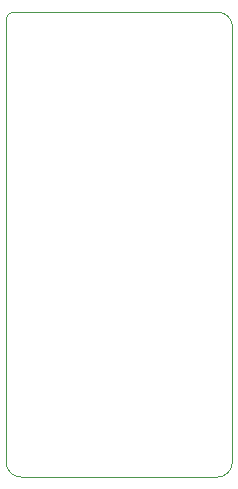
<source format=gbr>
G04 #@! TF.GenerationSoftware,KiCad,Pcbnew,(5.1.10)-1*
G04 #@! TF.CreationDate,2021-08-28T07:38:41-04:00*
G04 #@! TF.ProjectId,milk,6d696c6b-2e6b-4696-9361-645f70636258,rev?*
G04 #@! TF.SameCoordinates,Original*
G04 #@! TF.FileFunction,Profile,NP*
%FSLAX46Y46*%
G04 Gerber Fmt 4.6, Leading zero omitted, Abs format (unit mm)*
G04 Created by KiCad (PCBNEW (5.1.10)-1) date 2021-08-28 07:38:41*
%MOMM*%
%LPD*%
G01*
G04 APERTURE LIST*
G04 #@! TA.AperFunction,Profile*
%ADD10C,0.050000*%
G04 #@! TD*
G04 APERTURE END LIST*
D10*
X190627000Y-98933000D02*
G75*
G02*
X189357000Y-100203000I-1270000J0D01*
G01*
X189357000Y-60833000D02*
G75*
G02*
X190627000Y-61982334I0J-1276334D01*
G01*
X171450000Y-61468000D02*
G75*
G02*
X172085000Y-60833000I635000J0D01*
G01*
X172720000Y-100203000D02*
G75*
G02*
X171450000Y-98933000I0J1270000D01*
G01*
X173278800Y-100203000D02*
X172720000Y-100203000D01*
X171450000Y-61468000D02*
X171450000Y-98933000D01*
X189357000Y-60833000D02*
X172085000Y-60833000D01*
X190627000Y-98933000D02*
X190627000Y-61982334D01*
X173278800Y-100203000D02*
X189357000Y-100203000D01*
M02*

</source>
